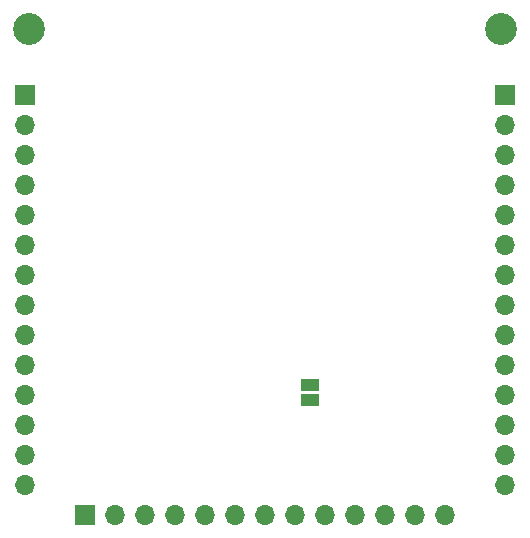
<source format=gbs>
G04 #@! TF.GenerationSoftware,KiCad,Pcbnew,(5.1.8)-1*
G04 #@! TF.CreationDate,2022-05-07T10:28:52+02:00*
G04 #@! TF.ProjectId,SuperPower-uC-KiCad,53757065-7250-46f7-9765-722d75432d4b,rev?*
G04 #@! TF.SameCoordinates,Original*
G04 #@! TF.FileFunction,Soldermask,Bot*
G04 #@! TF.FilePolarity,Negative*
%FSLAX46Y46*%
G04 Gerber Fmt 4.6, Leading zero omitted, Abs format (unit mm)*
G04 Created by KiCad (PCBNEW (5.1.8)-1) date 2022-05-07 10:28:52*
%MOMM*%
%LPD*%
G01*
G04 APERTURE LIST*
%ADD10R,1.500000X1.000000*%
%ADD11C,2.700000*%
%ADD12O,1.700000X1.700000*%
%ADD13R,1.700000X1.700000*%
G04 APERTURE END LIST*
D10*
X152247600Y-106045000D03*
X152247600Y-107345000D03*
D11*
X128432560Y-75905360D03*
X168462960Y-75905360D03*
D12*
X163677600Y-117094000D03*
X161137600Y-117094000D03*
X158597600Y-117094000D03*
X156057600Y-117094000D03*
X153517600Y-117094000D03*
X150977600Y-117094000D03*
X148437600Y-117094000D03*
X145897600Y-117094000D03*
X143357600Y-117094000D03*
X140817600Y-117094000D03*
X138277600Y-117094000D03*
X135737600Y-117094000D03*
D13*
X133197600Y-117094000D03*
D12*
X128117600Y-114554000D03*
X128117600Y-112014000D03*
X128117600Y-109474000D03*
X128117600Y-106934000D03*
X128117600Y-104394000D03*
X128117600Y-101854000D03*
X128117600Y-99314000D03*
X128117600Y-96774000D03*
X128117600Y-94234000D03*
X128117600Y-91694000D03*
X128117600Y-89154000D03*
X128117600Y-86614000D03*
X128117600Y-84074000D03*
D13*
X128117600Y-81534000D03*
D12*
X168757600Y-114554000D03*
X168757600Y-112014000D03*
X168757600Y-109474000D03*
X168757600Y-106934000D03*
X168757600Y-104394000D03*
X168757600Y-101854000D03*
X168757600Y-99314000D03*
X168757600Y-96774000D03*
X168757600Y-94234000D03*
X168757600Y-91694000D03*
X168757600Y-89154000D03*
X168757600Y-86614000D03*
X168757600Y-84074000D03*
D13*
X168757600Y-81534000D03*
M02*

</source>
